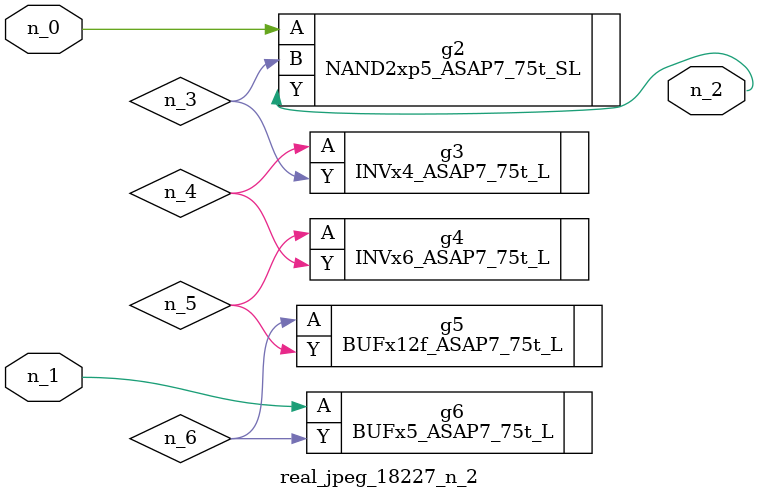
<source format=v>
module real_jpeg_18227_n_2 (n_1, n_0, n_2);

input n_1;
input n_0;

output n_2;

wire n_5;
wire n_4;
wire n_6;
wire n_3;

NAND2xp5_ASAP7_75t_SL g2 ( 
.A(n_0),
.B(n_3),
.Y(n_2)
);

BUFx5_ASAP7_75t_L g6 ( 
.A(n_1),
.Y(n_6)
);

INVx4_ASAP7_75t_L g3 ( 
.A(n_4),
.Y(n_3)
);

INVx6_ASAP7_75t_L g4 ( 
.A(n_5),
.Y(n_4)
);

BUFx12f_ASAP7_75t_L g5 ( 
.A(n_6),
.Y(n_5)
);


endmodule
</source>
